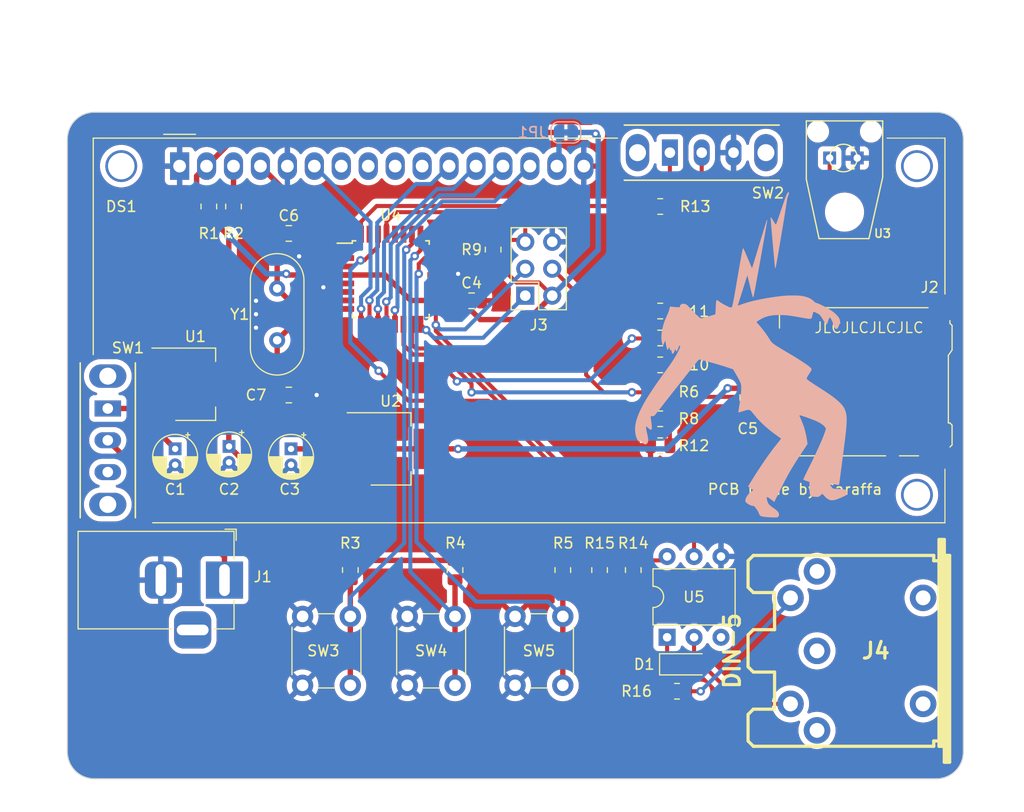
<source format=kicad_pcb>
(kicad_pcb (version 20221018) (generator pcbnew)
  (layers (0 "F.Cu" signal) (31 "B.Cu" signal) (34 "B.Paste" user) (35 "F.Paste" user) (36 "B.SilkS" user "B.Silkscreen") (37 "F.SilkS" user "F.Silkscreen") (38 "B.Mask" user) (39 "F.Mask" user) (44 "Edge.Cuts" user))
  (net 0 "")
  (net 1 "VCC")
  (net 2 "GND")
  (net 3 "+5V")
  (net 4 "+3.3V")
  (net 5 "/X1")
  (net 6 "/X2")
  (net 7 "Net-(D1-K)")
  (net 8 "Net-(D1-A)")
  (net 9 "/RS")
  (net 10 "/E")
  (net 11 "Net-(DS1-VO)")
  (net 15 "/DB4")
  (net 16 "/DB5")
  (net 17 "/DB6")
  (net 18 "/DB7")
  (net 19 "/BL")
  (net 21 "/DO")
  (net 22 "/CS_3V")
  (net 23 "/CD")
  (net 24 "/RESET")
  (net 25 "/UP")
  (net 26 "/DN")
  (net 27 "/OK")
  (net 28 "/RX")
  (net 29 "/DI_3V")
  (net 30 "/CLK_3V")
  (net 31 "Net-(U4-PD2)")
  (net 32 "/CLK_5V")
  (net 33 "/DI_5V")
  (net 34 "/CS_5V")
  (net 35 "/OPT")
  (net 36 "Net-(SW1A-A)")
  (net 45 "Net-(J4-Pad4)")
  (net 48 "Net-(R14-Pad1)")
  (net 50 "Net-(SW2A-B)")
  (footprint "Package_QFP:TQFP-32_7x7mm_P0.8mm" (layer "F.Cu") (at 52.07 41.15)
    (fp_text reference "U4")
    (fp_text value "ATmega328PB-A")
  )
  (footprint "Resistor_SMD:R_0805_2012Metric" (layer "F.Cu") (at 71.755 68.58 -90)
    (fp_text reference "R15")
    (fp_text value "3.3k")
  )
  (footprint "Capacitor_SMD:C_0805_2012Metric" (layer "F.Cu") (at 42.465 36.83)
    (fp_text reference "C6")
    (fp_text value "18pF")
  )
  (footprint "Resistor_SMD:R_0805_2012Metric" (layer "F.Cu") (at 74.93 68.58 -90)
    (fp_text reference "R14")
    (fp_text value "100k")
  )
  (footprint "Package_TO_SOT_SMD:SOT-223-3_TabPin2" (layer "F.Cu") (at 52.07 57.15)
    (fp_text reference "U2")
    (fp_text value "AP1117-33")
  )
  (footprint "IFE91A:OPTO-TRANSMITTER" (layer "F.Cu") (at 94.742 29.718)
    (fp_text reference "U3")
    (fp_text value "IFE91A")
  )
  (footprint "Resistor_SMD:R_0805_2012Metric" (layer "F.Cu") (at 77.47 46.69)
    (fp_text reference "R7")
    (fp_text value "1k")
  )
  (footprint "Resistor_SMD:R_0805_2012Metric" (layer "F.Cu") (at 77.47 56.85 180)
    (fp_text reference locked "R12")
    (fp_text value "2k")
  )
  (footprint "Display:WC1602A" (layer "F.Cu") (at 32.1691 30.48)
    (fp_text reference "DS1")
    (fp_text value "WC1602A")
  )
  (footprint "Capacitor_THT:CP_Radial_D4.0mm_P1.50mm" (layer "F.Cu") (at 36.83 56.92 -90)
    (fp_text reference "C2")
    (fp_text value "47uF")
  )
  (footprint "Capacitor_SMD:C_0805_2012Metric" (layer "F.Cu") (at 85.725 52.305 -90)
    (fp_text reference "C5")
    (fp_text value "100nF")
  )
  (footprint "Resistor_SMD:R_0805_2012Metric" (layer "F.Cu") (at 79.055 80.01 180)
    (fp_text reference "R16")
    (fp_text value "220R")
  )
  (footprint "Resistor_SMD:R_0805_2012Metric" (layer "F.Cu") (at 34.925 34.29 -90)
    (fp_text reference "R1")
    (fp_text value "10k")
  )
  (footprint "Resistor_SMD:R_0805_2012Metric" (layer "F.Cu") (at 77.47 34.29)
    (fp_text reference "R13")
    (fp_text value "100R")
  )
  (footprint "Capacitor_SMD:C_0805_2012Metric" (layer "F.Cu") (at 42.465 52.07)
    (fp_text reference "C7")
    (fp_text value "18pF")
  )
  (footprint "Resistor_SMD:R_0805_2012Metric" (layer "F.Cu") (at 77.47 44.15 180)
    (fp_text reference "R11")
    (fp_text value "2k")
  )
  (footprint "Diode_SMD:D_SOD-123" (layer "F.Cu") (at 79.77 77.47)
    (fp_text reference "D1")
    (fp_text value "1N4148")
  )
  (footprint "Capacitor_THT:CP_Radial_D4.0mm_P1.50mm" (layer "F.Cu") (at 42.672 57.15 -90)
    (fp_text reference "C3")
    (fp_text value "47uF")
  )
  (footprint "Package_DIP:DIP-6_W7.62mm" (layer "F.Cu") (at 78.12 74.92 90)
    (fp_text reference "U5")
    (fp_text value "4N25")
  )
  (footprint "w_conn_av:din-5" (layer "F.Cu") (at 95.25 76.2 90)
    (fp_text reference "J4")
    (fp_text value "DIN-5")
  )
  (footprint "Connector_BarrelJack:BarrelJack_Horizontal" (layer "F.Cu") (at 36.4 69.5275)
    (fp_text reference "J1")
    (fp_text value "Jack-DC")
  )
  (footprint "Switch:Switch 12x6mm" (layer "F.Cu") (at 25.4 56.34 -90)
    (fp_text reference "SW1")
    (fp_text value "MAIN_SW")
  )
  (footprint "Crystal:Crystal_HC49-4H_Vertical" (layer "F.Cu") (at 41.365 46.9 90)
    (fp_text reference "Y1")
    (fp_text value "Crystal")
  )
  (footprint "Resistor_SMD:R_0805_2012Metric" (layer "F.Cu") (at 37.2491 34.29 -90)
    (fp_text reference "R2")
    (fp_text value "1k")
  )
  (footprint "Package_TO_SOT_SMD:SOT-223-3_TabPin2" (layer "F.Cu") (at 33.655 51.054)
    (fp_text reference "U1")
    (fp_text value "AP1117-50")
  )
  (footprint "Resistor_SMD:R_0805_2012Metric" (layer "F.Cu") (at 77.47 54.31)
    (fp_text reference "R8")
    (fp_text value "1k")
  )
  (footprint "Switch:Switch 12x6mm" (layer "F.Cu") (at 81.3825 29.21)
    (fp_text reference "SW2")
    (fp_text value "OUT_SW")
  )
  (footprint "Resistor_SMD:R_0805_2012Metric" (layer "F.Cu") (at 68.29 68.58 -90)
    (fp_text reference "R5")
    (fp_text value "1k")
  )
  (footprint "Resistor_SMD:R_0805_2012Metric" (layer "F.Cu") (at 58.13 68.58 -90)
    (fp_text reference "R4")
    (fp_text value "1k")
  )
  (footprint "Capacitor_SMD:C_0805_2012Metric" (layer "F.Cu") (at 59.69 43.18)
    (fp_text reference "C4")
    (fp_text value "100nF")
  )
  (footprint "Resistor_SMD:R_0805_2012Metric" (layer "F.Cu") (at 48.26 68.58 -90)
    (fp_text reference "R3")
    (fp_text value "1k")
  )
  (footprint "Capacitor_THT:CP_Radial_D4.0mm_P1.50mm" (layer "F.Cu") (at 31.75 57.15 -90)
    (fp_text reference "C1")
    (fp_text value "47uF")
  )
  (footprint "Resistor_SMD:R_0805_2012Metric" (layer "F.Cu") (at 77.47 51.77)
    (fp_text reference "R6")
    (fp_text value "1k")
  )
  (footprint "Connector_PinSocket_2.54mm:PinSocket_2x03_P2.54mm_Vertical" (layer "F.Cu") (at 64.75 42.7 180)
    (fp_text reference "J3")
    (fp_text value "AVR-ISP-6")
  )
  (footprint "Resistor_SMD:R_0805_2012Metric" (layer "F.Cu") (at 77.47 49.23 180)
    (fp_text reference "R10")
    (fp_text value "2k")
  )
  (footprint "Connector_Card:microSD_HC_Hirose_DM3AT-SF-PEJM5" (layer "F.Cu") (at 96.595 50.83 90)
    (fp_text reference "J2")
    (fp_text value "Micro_SD_Card_Det")
  )
  (footprint "Button_Switch_THT:SW_PUSH_6mm_H7.3mm" (layer "F.Cu") (at 53.63 79.45 90)
    (fp_text reference "SW4")
    (fp_text value "DN_SW")
  )
  (footprint "Resistor_SMD:R_0805_2012Metric" (layer "F.Cu") (at 61.722 38.354 90)
    (fp_text reference "R9")
    (fp_text value "10k")
  )
  (footprint "Button_Switch_THT:SW_PUSH_6mm_H7.3mm" (layer "F.Cu") (at 63.79 79.45 90)
    (fp_text reference "SW5")
    (fp_text value "OK_SW")
  )
  (footprint "LOGO" (layer "F.Cu") (at 31.75 81.915)
    (fp_text reference "G***" hide)
    (fp_text value "LOGO" hide)
  )
  (footprint "Button_Switch_THT:SW_PUSH_6mm_H7.3mm" (layer "F.Cu") (at 43.76 79.45 90)
    (fp_text reference "SW3")
    (fp_text value "UP_SW")
  )
  (footprint "Jumper:SolderJumper-2_P1.3mm_Bridged_RoundedPad1.0x1.5mm" (layer "B.Cu") (at 68.58 27.305)
    (fp_text reference "JP1")
    (fp_text value "BL")
  )
  (footprint "LOGO" (layer "B.Cu") (at 85.09 48.26 180)
    (fp_text reference "G***")
    (fp_text value "LOGO" hide)
  )
  (gr_arc locked (start 103.505 25.4) (mid 105.301051 26.143949) (end 106.045 27.94) (stroke (width 0.1)) (layer "Edge.Cuts"))
  (gr_arc locked (start 21.59 27.94) (mid 22.333949 26.143949) (end 24.13 25.4) (stroke (width 0.1)) (layer "Edge.Cuts"))
  (gr_arc locked (start 24.13 88.263579) (mid 22.333949 87.51963) (end 21.59 85.723579) (stroke (width 0.1)) (layer "Edge.Cuts"))
  (gr_line (start 21.59 27.94) (end 21.59 85.723579) (stroke (width 0.1)) (layer "Edge.Cuts"))
  (gr_line locked (start 24.13 25.4) (end 103.505 25.4) (stroke (width 0.1)) (layer "Edge.Cuts"))
  (gr_line (start 106.044999 85.808579) (end 106.045 27.94) (stroke (width 0.1)) (layer "Edge.Cuts"))
  (gr_arc locked (start 106.044999 85.808579) (mid 105.271748 87.55044) (end 103.505 88.265) (stroke (width 0.1)) (layer "Edge.Cuts"))
  (gr_line locked (start 103.505 88.265) (end 24.13 88.263579) (stroke (width 0.1)) (layer "Edge.Cuts"))
  (gr_text "JLCJLCJLCJLC" (at 97.155 45.72) (layer "F.SilkS") (effects (font (size 1 1) (thickness 0.125))))
  (gr_text "PCB made by Caraffa" (at 90.17 60.96) (layer "F.SilkS") (effects (font (size 1 1))))
  (segment (start 36.4 69.5275) (end 36.4 67.34) (width 0.508) (layer "F.Cu") (net 1))
  (segment (start 36.4 67.34) (end 25.4 56.34) (width 0.508) (layer "F.Cu") (net 1))
  (segment (start 58.31 40.75) (end 58.42 40.64) (width 0.381) (layer "F.Cu") (net 2))
  (segment (start 47.82 41.55) (end 46.08 41.55) (width 0.381) (layer "F.Cu") (net 2))
  (segment (start 46.08 41.55) (end 45.72 41.91) (width 0.381) (layer "F.Cu") (net 2))
  (segment (start 56.32 40.75) (end 58.31 40.75) (width 0.381) (layer "F.Cu") (net 2))
  (via (at 45.085 52.07) (size 0.8) (drill 0.4) (layers "F.Cu" "B.Cu") (net 2))
  (via (at 39.37 45.72) (size 0.8) (drill 0.4) (layers "F.Cu" "B.Cu") (net 2))
  (via (at 58.42 40.64) (size 0.8) (drill 0.4) (layers "F.Cu" "B.Cu") (net 2))
  (via (at 45.72 41.91) (size 0.8) (drill 0.4) (layers "F.Cu" "B.Cu") (net 2))
  (via (at 39.37 43.18) (size 0.8) (drill 0.4) (layers "F.Cu" "B.Cu") (net 2))
  (via (at 39.37 44.45) (size 0.8) (drill 0.4) (layers "F.Cu" "B.Cu") (net 2))
  (via (at 43.434 38.989) (size 0.8) (drill 0.4) (layers "F.Cu" "B.Cu") (net 2))
  (segment (start 53.945 43.15) (end 56.32 43.15) (width 0.508) (layer "F.Cu") (net 3))
  (segment (start 30.505 51.054) (end 36.805 51.054) (width 0.508) (layer "F.Cu") (net 3))
  (segment (start 33.771 31.4181) (end 34.7091 30.48) (width 0.508) (layer "F.Cu") (net 3))
  (segment (start 36.83 56.92) (end 39.614 59.704) (width 0.508) (layer "F.Cu") (net 3))
  (segment (start 36.805 56.895) (end 36.83 56.92) (width 0.508) (layer "F.Cu") (net 3))
  (segment (start 58.13 67.6675) (end 68.29 67.6675) (width 0.508) (layer "F.Cu") (net 3))
  (segment (start 70.115 69.4925) (end 71.755 69.4925) (width 0.381) (layer "F.Cu") (net 3))
  (segment (start 58.71 43.15) (end 58.74 43.18) (width 0.508) (layer "F.Cu") (net 3))
  (segment (start 47.82 40.75) (end 51.545 40.75) (width 0.508) (layer "F.Cu") (net 3))
  (segment (start 63.915 41.4595) (end 66.0495 41.4595) (width 0.381) (layer "F.Cu") (net 3))
  (segment (start 34.7091 30.48) (end 37.8841 27.305) (width 0.508) (layer "F.Cu") (net 3))
  (segment (start 66.0495 41.4595) (end 67.29 42.7) (width 0.381) (layer "F.Cu") (net 3))
  (segment (start 60.518 44.958) (end 65.032 44.958) (width 0.508) (layer "F.Cu") (net 3))
  (segment (start 71.247 27.305) (end 71.374 27.432) (width 0.381) (layer "F.Cu") (net 3))
  (segment (start 39.614 59.704) (end 48.666 59.704) (width 0.508) (layer "F.Cu") (net 3))
  (segment (start 48.92 59.45) (end 48.92 67.0075) (width 0.508) (layer "F.Cu") (net 3))
  (segment (start 48.26 67.6675) (end 58.13 67.6675) (width 0.508) (layer "F.Cu") (net 3))
  (segment (start 42.2185 40.64) (end 42.3285 40.75) (width 0.508) (layer "F.Cu") (net 3))
  (segment (start 69.408945 27.305) (end 71.247 27.305) (width 0.381) (layer "F.Cu") (net 3))
  (segment (start 68.29 67.6675) (end 70.115 69.4925) (width 0.381) (layer "F.Cu") (net 3))
  (segment (start 36.805 37.0825) (end 36.805 51.054) (width 0.508) (layer "F.Cu") (net 3))
  (segment (start 65.032 44.958) (end 67.29 42.7) (width 0.508) (layer "F.Cu") (net 3))
  (segment (start 61.722 39.2665) (end 63.915 41.4595) (width 0.381) (layer "F.Cu") (net 3))
  (segment (start 37.8841 27.305) (end 69.408945 27.305) (width 0.508) (layer "F.Cu") (net 3))
  (segment (start 42.3285 40.75) (end 47.82 40.75) (width 0.508) (layer "F.Cu") (net 3))
  (segment (start 36.805 51.054) (end 36.805 56.895) (width 0.508) (layer "F.Cu") (net 3))
  (segment (start 34.925 35.2025) (end 36.805 37.0825) (width 0.508) (layer "F.Cu") (net 3))
  (segment (start 58.74 43.18) (end 60.518 44.958) (width 0.508) (layer "F.Cu") (net 3))
  (segment (start 33.771 33.931606) (end 33.771 31.4181) (width 0.508) (layer "F.Cu") (net 3))
  (segment (start 34.925 35.085606) (end 33.771 33.931606) (width 0.508) (layer "F.Cu") (net 3))
  (segment (start 51.545 40.75) (end 53.945 43.15) (width 0.508) (layer "F.Cu") (net 3))
  (segment (start 48.666 59.704) (end 48.92 59.45) (width 0.508) (layer "F.Cu") (net 3))
  (segment (start 34.925 35.2025) (end 34.925 35.085606) (width 0.508) (layer "F.Cu") (net 3))
  (segment (start 56.32 43.15) (end 58.71 43.15) (width 0.508) (layer "F.Cu") (net 3))
  (segment (start 48.92 67.0075) (end 48.26 67.6675) (width 0.508) (layer "F.Cu") (net 3))
  (via (at 42.2185 40.64) (size 0.8) (drill 0.4) (layers "F.Cu" "B.Cu") (net 3))
  (via (at 36.805 37.0825) (size 0.8) (drill 0.4) (layers "F.Cu" "B.Cu") (net 3))
  (via (at 71.374 27.432) (size 0.8) (drill 0.4) (layers "F.Cu" "B.Cu") (net 3))
  (segment (start 69.23 27.305) (end 71.247 27.305) (width 0.508) (layer "B.Cu") (net 3))
  (segment (start 71.6231 38.3669) (end 67.29 42.7) (width 0.508) (layer "B.Cu") (net 3))
  (segment (start 71.374 27.432) (end 71.6231 27.6811) (width 0.508) (layer "B.Cu") (net 3))
  (segment (start 71.247 27.305) (end 71.374 27.432) (width 0.508) (layer "B.Cu") (net 3))
  (segment (start 40.3625 40.64) (end 36.805 37.0825) (width 0.508) (layer "B.Cu") (net 3))
  (segment (start 71.374 27.432) (end 71.5596 27.6176) (width 0.381) (layer "B.Cu") (net 3))
  (segment (start 69.357 27.432) (end 69.23 27.305) (width 0.381) (layer "B.Cu") (net 3))
  (segment (start 42.2185 40.64) (end 40.3625 40.64) (width 0.508) (layer "B.Cu") (net 3))
  (segment (start 71.6231 27.6811) (end 71.6231 38.3669) (width 0.508) (layer "B.Cu") (net 3))
  (segment (start 55.22 57.15) (end 58.42 57.15) (width 0.508) (layer "F.Cu") (net 4))
  (segment (start 48.92 57.15) (end 55.22 57.15) (width 0.508) (layer "F.Cu") (net 4))
  (segment (start 85.725 51.355) (end 88.87 51.355) (width 0.381) (layer "F.Cu") (net 4))
  (segment (start 42.672 57.15) (end 48.92 57.15) (width 0.508) (layer "F.Cu") (net 4))
  (segment (start 83.82 51.435) (end 85.645 51.435) (width 0.508) (layer "F.Cu") (net 4))
  (segment (start 85.645 51.435) (end 85.725 51.355) (width 0.508) (layer "F.Cu") (net 4))
  (via (at 83.82 51.435) (size 0.8) (drill 0.4) (layers "F.Cu" "B.Cu") (net 4))
  (via (at 58.42 57.15) (size 0.8) (drill 0.4) (layers "F.Cu" "B.Cu") (net 4))
  (segment (start 58.42 57.15) (end 78.105 57.15) (width 0.508) (layer "B.Cu") (net 4))
  (segment (start 78.105 57.15) (end 83.82 51.435) (width 0.508) (layer "B.Cu") (net 4))
  (segment (start 47.82 43.15) (end 42.495 43.15) (width 0.508) (layer "F.Cu") (net 5))
  (segment (start 42.495 43.15) (end 41.365 42.02) (width 0.508) (layer "F.Cu") (net 5))
  (segment (start 41.515 36.83) (end 41.365 36.98) (width 0.508) (layer "F.Cu") (net 5))
  (segment (start 41.365 36.98) (end 41.365 42.02) (width 0.508) (layer "F.Cu") (net 5))
  (segment (start 44.315 43.95) (end 47.82 43.95) (width 0.508) (layer "F.Cu") (net 6))
  (segment (start 41.365 46.9) (end 41.365 51.92) (width 0.508) (layer "F.Cu") (net 6))
  (segment (start 41.365 46.9) (end 44.315 43.95) (width 0.508) (layer "F.Cu") (net 6))
  (segment (start 41.365 51.92) (end 41.515 52.07) (width 0.508) (layer "F.Cu") (net 6))
  (segment (start 78.12 77.47) (end 78.12 74.92) (width 0.381) (layer "F.Cu") (net 7))
  (segment (start 78.12 77.47) (end 78.12 80.01) (width 0.381) (layer "F.Cu") (net 7))
  (segment (start 85.15 81.2) (end 89.75 81.2) (width 0.381) (layer "F.Cu") (net 8))
  (segment (start 81.42 77.47) (end 85.15 81.2) (width 0.381) (layer "F.Cu") (net 8))
  (segment (start 80.66 76.71) (end 81.42 77.47) (width 0.381) (layer "F.Cu") (net 8))
  (segment (start 80.66 74.92) (end 80.66 76.71) (width 0.381) (layer "F.Cu") (net 8))
  (segment (start 47.82 39.15) (end 46.637 39.15) (width 0.508) (layer "F.Cu") (net 9))
  (segment (start 45.72 38.233) (end 45.72 36.4109) (width 0.508) (layer "F.Cu") (net 9))
  (segment (start 46.637 39.15) (end 45.72 38.233) (width 0.508) (layer "F.Cu") (net 9))
  (segment (start 45.72 36.4109) (end 39.7891 30.48) (width 0.508) (layer "F.Cu") (net 9))
  (segment (start 49.27 45.4) (end 49.27 43.948) (width 0.381) (layer "F.Cu") (net 10))
  (segment (start 49.27 43.948) (end 49.276 43.942) (width 0.381) (layer "F.Cu") (net 10))
  (via (at 49.276 43.942) (size 0.8) (drill 0.4) (layers "F.Cu" "B.Cu") (net 10))
  (segment (start 49.276 43.942) (end 49.276 42.814462) (width 0.381) (layer "B.Cu") (net 10))
  (segment (start 50.165 35.7759) (end 44.8691 30.48) (width 0.381) (layer "B.Cu") (net 10))
  (segment (start 49.276 42.814462) (end 50.165 41.925462) (width 0.381) (layer "B.Cu") (net 10))
  (segment (start 50.165 41.925462) (end 50.165 35.7759) (width 0.381) (layer "B.Cu") (net 10))
  (segment (start 34.925 33.3775) (end 37.2491 33.3775) (width 0.508) (layer "F.Cu") (net 11))
  (segment (start 37.2491 33.3775) (end 37.2491 30.48) (width 0.508) (layer "F.Cu") (net 11))
  (segment (start 50.07 43.146398) (end 50.066 43.142398) (width 0.381) (layer "F.Cu") (net 15))
  (segment (start 50.07 45.4) (end 50.07 43.146398) (width 0.381) (layer "F.Cu") (net 15))
  (via (at 50.066 43.142398) (size 0.8) (drill 0.4) (layers "F.Cu" "B.Cu") (net 15))
  (segment (start 50.066 43.142398) (end 50.066 42.91591) (width 0.381) (layer "B.Cu") (net 15))
  (segment (start 55.8786 32.1705) (end 57.5691 30.48) (width 0.381) (layer "B.Cu") (net 15))
  (segment (start 50.066 42.91591) (end 50.8 42.18191) (width 0.381) (layer "B.Cu") (net 15))
  (segment (start 50.8 42.18191) (end 50.8 35.814) (width 0.381) (layer "B.Cu") (net 15))
  (segment (start 54.4435 32.1705) (end 55.8786 32.1705) (width 0.381) (layer "B.Cu") (net 15))
  (segment (start 50.8 35.814) (end 54.4435 32.1705) (width 0.381) (layer "B.Cu") (net 15))
  (segment (start 50.87 45.4) (end 50.87 43.952) (width 0.381) (layer "F.Cu") (net 16))
  (segment (start 50.87 43.952) (end 50.86 43.942) (width 0.381) (layer "F.Cu") (net 16))
  (via (at 50.86 43.942) (size 0.8) (drill 0.4) (layers "F.Cu" "B.Cu") (net 16))
  (segment (start 51.435 37.651658) (end 56.447658 32.639) (width 0.381) (layer "B.Cu") (net 16))
  (segment (start 57.9501 32.639) (end 60.1091 30.48) (width 0.381) (layer "B.Cu") (net 16))
  (segment (start 50.86 42.943568) (end 51.435 42.368568) (width 0.381) (layer "B.Cu") (net 16))
  (segment (start 51.435 42.368568) (end 51.435 37.651658) (width 0.381) (layer "B.Cu") (net 16))
  (segment (start 50.86 43.942) (end 50.86 42.943568) (width 0.381) (layer "B.Cu") (net 16))
  (segment (start 56.447658 32.639) (end 57.9501 32.639) (width 0.381) (layer "B.Cu") (net 16))
  (segment (start 51.67 45.4) (end 51.67 43.291504) (width 0.381) (layer "F.Cu") (net 17))
  (segment (start 51.67 43.291504) (end 51.65 43.271504) (width 0.381) (layer "F.Cu") (net 17))
  (via (at 51.65 43.271504) (size 0.8) (drill 0.4) (layers "F.Cu" "B.Cu") (net 17))
  (segment (start 56.688316 33.22) (end 59.9091 33.22) (width 0.381) (layer "B.Cu") (net 17))
  (segment (start 52.07 37.838316) (end 56.688316 33.22) (width 0.381) (layer "B.Cu") (net 17))
  (segment (start 51.65 43.271504) (end 52.07 42.851504) (width 0.381) (layer "B.Cu") (net 17))
  (segment (start 59.9091 33.22) (end 62.6491 30.48) (width 0.381) (layer "B.Cu") (net 17))
  (segment (start 52.07 42.851504) (end 52.07 37.838316) (width 0.381) (layer "B.Cu") (net 17))
  (segment (start 52.47 45.4) (end 52.47 44.079) (width 0.381) (layer "F.Cu") (net 18))
  (segment (start 52.47 44.079) (end 52.46 44.069) (width 0.381) (layer "F.Cu") (net 18))
  (via (at 52.46 44.069) (size 0.8) (drill 0.4) (layers "F.Cu" "B.Cu") (net 18))
  (segment (start 61.8681 33.801) (end 65.1891 30.48) (width 0.381) (layer "B.Cu") (net 18))
  (segment (start 52.705 38.024974) (end 56.928974 33.801) (width 0.381) (layer "B.Cu") (net 18))
  (segment (start 52.705 43.824) (end 52.705 38.024974) (width 0.381) (layer "B.Cu") (net 18))
  (segment (start 56.928974 33.801) (end 61.8681 33.801) (width 0.381) (layer "B.Cu") (net 18))
  (segment (start 52.46 44.069) (end 52.705 43.824) (width 0.381) (layer "B.Cu") (net 18))
  (segment (start 67.93 27.305) (end 67.93 30.2791) (width 0.508) (layer "B.Cu") (net 19))
  (segment (start 67.93 30.2791) (end 67.7291 30.48) (width 0.508) (layer "B.Cu") (net 19))
  (segment (start 69.16 59.69) (end 83.204 59.69) (width 0.381) (layer "F.Cu") (net 21))
  (segment (start 88.239 54.655) (end 88.87 54.655) (width 0.381) (layer "F.Cu") (net 21))
  (segment (start 55.408 45.938) (end 69.16 59.69) (width 0.381) (layer "F.Cu") (net 21))
  (segment (start 54.87 45.4) (end 55.408 45.938) (width 0.381) (layer "F.Cu") (net 21))
  (segment (start 83.204 59.69) (end 88.239 54.655) (width 0.381) (layer "F.Cu") (net 21))
  (via (at 55.408 45.938) (size 0.8) (drill 0.4) (layers "F.Cu" "B.Cu") (net 21))
  (segment (start 64.75 42.7) (end 60.778944 46.671056) (width 0.381) (layer "B.Cu") (net 21))
  (segment (start 56.141056 46.671056) (end 55.408 45.938) (width 0.381) (layer "B.Cu") (net 21))
  (segment (start 60.778944 46.671056) (end 56.141056 46.671056) (width 0.381) (layer "B.Cu") (net 21))
  (segment (start 78.3825 46.69) (end 80.8475 49.155) (width 0.381) (layer "F.Cu") (net 22))
  (segment (start 78.3825 44.15) (end 78.3825 46.69) (width 0.381) (layer "F.Cu") (net 22))
  (segment (start 80.8475 49.155) (end 88.87 49.155) (width 0.381) (layer "F.Cu") (net 22))
  (segment (start 64.75 35.54) (end 64.75 37.62) (width 0.381) (layer "F.Cu") (net 24))
  (segment (start 51.67 36.068) (end 51.67 36.9) (width 0.508) (layer "F.Cu") (net 24))
  (segment (start 64.5715 37.4415) (end 64.75 37.62) (width 0.381) (layer "F.Cu") (net 24))
  (segment (start 61.722 37.4415) (end 64.5715 37.4415) (width 0.381) (layer "F.Cu") (net 24))
  (segment (start 51.67 36.068) (end 51.67 35.719) (width 0.381) (layer "F.Cu") (net 24))
  (segment (start 52.5655 34.8235) (end 64.0335 34.8235) (width 0.381) (layer "F.Cu") (net 24))
  (segment (start 64.0335 34.8235) (end 64.75 35.54) (width 0.381) (layer "F.Cu") (net 24))
  (segment (start 51.67 35.719) (end 52.5655 34.8235) (width 0.381) (layer "F.Cu") (net 24))
  (segment (start 53.528638 38.369914) (end 54.07 37.828552) (width 0.381) (layer "F.Cu") (net 25))
  (segment (start 48.26 69.4925) (end 48.26 72.95) (width 0.508) (layer "F.Cu") (net 25))
  (segment (start 48.26 72.95) (end 48.26 79.45) (width 0.508) (layer "F.Cu") (net 25))
  (segment (start 54.07 37.828552) (end 54.07 36.9) (width 0.381) (layer "F.Cu") (net 25))
  (via (at 53.528638 38.369914) (size 0.8) (drill 0.4) (layers "F.Cu" "B.Cu") (net 25))
  (segment (start 48.26 71.12) (end 48.26 72.95) (width 0.381) (layer "B.Cu") (net 25))
  (segment (start 53.528638 38.369914) (end 53.34 38.558552) (width 0.381) (layer "B.Cu") (net 25))
  (segment (start 53.34 38.558552) (end 53.34 66.04) (width 0.381) (layer "B.Cu") (net 25))
  (segment (start 53.34 66.04) (end 48.26 71.12) (width 0.381) (layer "B.Cu") (net 25))
  (segment (start 54.87 38.42677) (end 54.87 36.9) (width 0.381) (layer "F.Cu") (net 26))
  (segment (start 54.331425 38.965345) (end 54.87 38.42677) (width 0.381) (layer "F.Cu") (net 26))
  (segment (start 58.13 69.4925) (end 58.13 72.95) (width 0.508) (layer "F.Cu") (net 26))
  (segment (start 58.13 72.95) (end 58.13 79.45) (width 0.508) (layer "F.Cu") (net 26))
  (via (at 54.331425 38.965345) (size 0.8) (drill 0.4) (layers "F.Cu" "B.Cu") (net 26))
  (segment (start 53.921 68.741) (end 58.13 72.95) (width 0.381) (layer "B.Cu") (net 26))
  (segment (start 53.921 39.37577) (end 53.921 68.741) (width 0.381) (layer "B.Cu") (net 26))
  (segment (start 54.331425 38.965345) (end 53.921 39.37577) (width 0.381) (layer "B.Cu") (net 26))
  (segment (start 68.29 72.95) (end 68.29 79.45) (width 0.508) (layer "F.Cu") (net 27))
  (segment (start 55.264 39.15) (end 54.711 39.703) (width 0.381) (layer "F.Cu") (net 27))
  (segment (start 54.711 39.703) (end 54.711 40.64) (width 0.381) (layer "F.Cu") (net 27))
  (segment (start 68.29 69.4925) (end 68.29 72.95) (width 0.508) (layer "F.Cu") (net 27))
  (segment (start 56.32 39.15) (end 55.264 39.15) (width 0.381) (layer "F.Cu") (net 27))
  (via (at 54.711 40.64) (size 0.8) (drill 0.4) (layers "F.Cu" "B.Cu") (net 27))
  (segment (start 54.502 40.849) (end 54.502 65.932) (width 0.381) (layer "B.Cu") (net 27))
  (segment (start 54.502 65.932) (end 60.1295 71.5595) (width 0.381) (layer "B.Cu") (net 27))
  (segment (start 54.711 40.64) (end 54.502 40.849) (width 0.381) (layer "B.Cu") (net 27))
  (segment (start 66.8995 71.5595) (end 68.29 72.95) (width 0.381) (layer "B.Cu") (net 27))
  (segment (start 60.1295 71.5595) (end 66.8995 71.5595) (width 0.381) (layer "B.Cu") (net 27))
  (segment (start 50.927 49.784) (end 53.7495 52.6065) (width 0.381) (layer "F.Cu") (net 28))
  (segment (start 71.755 63.131342) (end 71.767342 63.119) (width 0.381) (layer "F.Cu") (net 28))
  (segment (start 78.359 63.119) (end 71.767342 63.119) (width 0.381) (layer "F.Cu") (net 28))
  (segment (start 80.66 65.42) (end 78.359 63.119) (width 0.381) (layer "F.Cu") (net 28))
  (segment (start 61.254842 52.6065) (end 71.767342 63.119) (width 0.381) (layer "F.Cu") (net 28))
  (segment (start 80.66 67.3) (end 80.66 65.42) (width 0.381) (layer "F.Cu") (net 28))
  (segment (start 49.219502 39.37) (end 49.581 39.37) (width 0.381) (layer "F.Cu") (net 28))
  (segment (start 50.87 38.081) (end 50.87 36.9) (width 0.381) (layer "F.Cu") (net 28))
  (segment (start 53.7495 52.6065) (end 61.254842 52.6065) (width 0.381) (layer "F.Cu") (net 28))
  (segment (start 71.755 67.6675) (end 71.755 63.131342) (width 0.381) (layer "F.Cu") (net 28))
  (segment (start 49.581 39.37) (end 50.87 38.081) (width 0.381) (layer "F.Cu") (net 28))
  (via (at 49.219502 39.37) (size 0.8) (drill 0.4) (layers "F.Cu" "B.Cu") (net 28))
  (via (at 50.927 49.784) (size 0.8) (drill 0.4) (layers "F.Cu" "B.Cu") (net 28))
  (segment (start 49.219502 39.37) (end 49.149 39.37) (width 0.381) (layer "B.Cu") (net 28))
  (segment (start 48.26 40.259) (end 48.26 47.117) (width 0.381) (layer "B.Cu") (net 28))
  (segment (start 49.149 39.37) (end 48.26 40.259) (width 0.381) (layer "B.Cu") (net 28))
  (segment (start 48.26 47.117) (end 50.927 49.784) (width 0.381) (layer "B.Cu") (net 28))
  (segment (start 79.4075 50.255) (end 88.87 50.255) (width 0.381) (layer "F.Cu") (net 29))
  (segment (start 78.3825 49.23) (end 79.4075 50.255) (width 0.381) (layer "F.Cu") (net 29))
  (segment (start 78.3825 49.23) (end 78.3825 51.77) (width 0.381) (layer "F.Cu") (net 29))
  (segment (start 78.3825 54.31) (end 78.3825 56.85) (width 0.381) (layer "F.Cu") (net 30))
  (segment (start 88.6605 52.2455) (end 88.87 52.455) (width 0.381) (layer "F.Cu") (net 30))
  (segment (start 78.3825 54.31) (end 80.447 52.2455) (width 0.381) (layer "F.Cu") (net 30))
  (segment (start 80.447 52.2455) (end 88.6605 52.2455) (width 0.381) (layer "F.Cu") (net 30))
  (segment (start 76.51 34.2425) (end 76.5575 34.29) (width 0.381) (layer "F.Cu") (net 31))
  (segment (start 49.27 36.9) (end 49.27 35.719) (width 0.381) (layer "F.Cu") (net 31))
  (segment (start 49.27 35.719) (end 50.7465 34.2425) (width 0.381) (layer "F.Cu") (net 31))
  (segment (start 50.7465 34.2425) (end 76.51 34.2425) (width 0.381) (layer "F.Cu") (net 31))
  (segment (start 56.32 43.95) (end 56.32 45.466) (width 0.381) (layer "F.Cu") (net 32))
  (segment (start 56.32 46.028342) (end 64.601658 54.31) (width 0.381) (layer "F.Cu") (net 32))
  (segment (start 64.601658 54.31) (end 76.5575 54.31) (width 0.381) (layer "F.Cu") (net 32))
  (segment (start 56.32 45.466) (end 56.32 46.028342) (width 0.381) (layer "F.Cu") (net 32))
  (via (at 56.32 45.466) (size 0.8) (drill 0.4) (layers "F.Cu" "B.Cu") (net 32))
  (segment (start 64.75 40.219) (end 59.088444 45.880556) (width 0.381) (layer "B.Cu") (net 32))
  (segment (start 56.734556 45.880556) (end 56.32 45.466) (width 0.381) (layer "B.Cu") (net 32))
  (segment (start 64.75 40.16) (end 64.75 40.219) (width 0.381) (layer "B.Cu") (net 32))
  (segment (start 59.088444 45.880556) (end 56.734556 45.880556) (width 0.381) (layer "B.Cu") (net 32))
  (segment (start 54.436829 47.679) (end 54.07 47.312171) (width 0.381) (layer "F.Cu") (net 33))
  (segment (start 59.69 51.041658) (end 56.327342 47.679) (width 0.381) (layer "F.Cu") (net 33))
  (segment (start 76.5115 51.816) (end 76.5575 51.77) (width 0.381) (layer "F.Cu") (net 33))
  (segment (start 74.803 51.816) (end 76.5115 51.816) (width 0.381) (layer "F.Cu") (net 33))
  (segment (start 70.485 43.355) (end 70.485 50.165) (width 0.381) (layer "F.Cu") (net 33))
  (segment (start 72.136 51.816) (end 74.803 51.816) (width 0.381) (layer "F.Cu") (net 33))
  (segment (start 54.07 47.312171) (end 54.07 45.4) (width 0.381) (layer "F.Cu") (net 33))
  (segment (start 70.485 50.165) (end 72.136 51.816) (width 0.381) (layer "F.Cu") (net 33))
  (segment (start 56.327342 47.679) (end 54.436829 47.679) (width 0.381) (layer "F.Cu") (net 33))
  (segment (start 67.29 40.16) (end 70.485 43.355) (width 0.381) (layer "F.Cu") (net 33))
  (segment (start 59.69 51.816) (end 59.69 51.041658) (width 0.381) (layer "F.Cu") (net 33))
  (via (at 59.69 51.816) (size 0.8) (drill 0.4) (layers "F.Cu" "B.Cu") (net 33))
  (via (at 74.803 51.816) (size 0.8) (drill 0.4) (layers "F.Cu" "B.Cu") (net 33))
  (segment (start 59.69 51.816) (end 74.803 51.816) (width 0.381) (layer "B.Cu") (net 33))
  (segment (start 58.312056 50.780944) (end 58.312056 50.692056) (width 0.381) (layer "F.Cu") (net 34))
  (segment (start 74.803 46.736) (end 76.5115 46.736) (width 0.381) (layer "F.Cu") (net 34))
  (segment (start 58.312056 50.692056) (end 55.88 48.26) (width 0.381) (layer "F.Cu") (net 34))
  (segment (start 55.88 48.26) (end 54.196171 48.26) (width 0.381) (layer "F.Cu") (net 34))
  (segment (start 54.196171 48.26) (end 53.27 47.333829) (width 0.381) (layer "F.Cu") (net 34))
  (segment (start 53.27 47.333829) (end 53.27 45.4) (width 0.381) (layer "F.Cu") (net 34))
  (segment (start 76.5115 46.736) (end 76.5575 46.69) (width 0.381) (layer "F.Cu") (net 34))
  (via (at 74.803 46.736) (size 0.8) (drill 0.4) (layers "F.Cu" "B.Cu") (net 34))
  (via (at 58.312056 50.780944) (size 0.8) (drill 0.4) (layers "F.Cu" "B.Cu") (net 34))
  (segment (start 70.866 50.673) (end 74.803 46.736) (width 0.381) (layer "B.Cu") (net 34))
  (segment (start 58.42 50.673) (end 70.866 50.673) (width 0.381) (layer "B.Cu") (net 34))
  (segment (start 58.312056 50.780944) (end 58.42 50.673) (width 0.381) (layer "B.Cu") (net 34))
  (segment (start 78.3825 34.29) (end 78.3825 29.21) (width 0.381) (layer "F.Cu") (net 35))
  (segment (start 25.4 53.34) (end 30.491 53.34) (width 0.508) (layer "F.Cu") (net 36))
  (segment (start 30.491 53.34) (end 30.505 53.354) (width 0.508) (layer "F.Cu") (net 36))
  (segment (start 30.505 55.905) (end 31.75 57.15) (width 0.508) (layer "F.Cu") (net 36))
  (segment (start 30.505 53.354) (end 30.505 55.905) (width 0.508) (layer "F.Cu") (net 36))
  (segment (start 79.9675 80.01) (end 81.28 80.01) (width 0.381) (layer "F.Cu") (net 45))
  (via (at 81.28 80.01) (size 0.8) (drill 0.4) (layers "F.Cu" "B.Cu") (net 45))
  (segment (start 89.75 71.54) (end 89.75 71.2) (width 0.381) (layer "B.Cu") (net 45))
  (segment (start 81.28 80.01) (end 89.75 71.54) (width 0.381) (layer "B.Cu") (net 45))
  (segment (start 77.7525 67.6675) (end 78.12 67.3) (width 0.381) (layer "F.Cu") (net 48))
  (segment (start 74.93 67.6675) (end 77.7525 67.6675) (width 0.381) (layer "F.Cu") (net 48))
  (segment (start 82.804 34.544) (end 90.678 34.544) (width 0.381) (layer "F.Cu") (net 50))
  (segment (start 81.3825 29.21) (end 81.3825 33.1225) (width 0.381) (layer "F.Cu") (net 50))
  (segment (start 90.678 34.544) (end 93.442 31.78) (width 0.381) (layer "F.Cu") (net 50))
  (segment (start 93.442 31.78) (end 93.442 29.718) (width 0.381) (layer "F.Cu") (net 50))
  (segment (start 81.3825 33.1225) (end 82.804 34.544) (width 0.381) (layer "F.Cu") (net 50))
  (zone (net 2) (net_name "GND") (layers "F&B.Cu") (connect_pads (clearance 0.508)) (min_thickness 0.25) (fill yes (thermal_gap 0.5) (thermal_bridge_width 0.5))
    (polygon (pts (xy 15.24 20.32) (xy 111.76 20.32) (xy 111.76 91.44) (xy 15.24 91.44)))
  )
)
</source>
